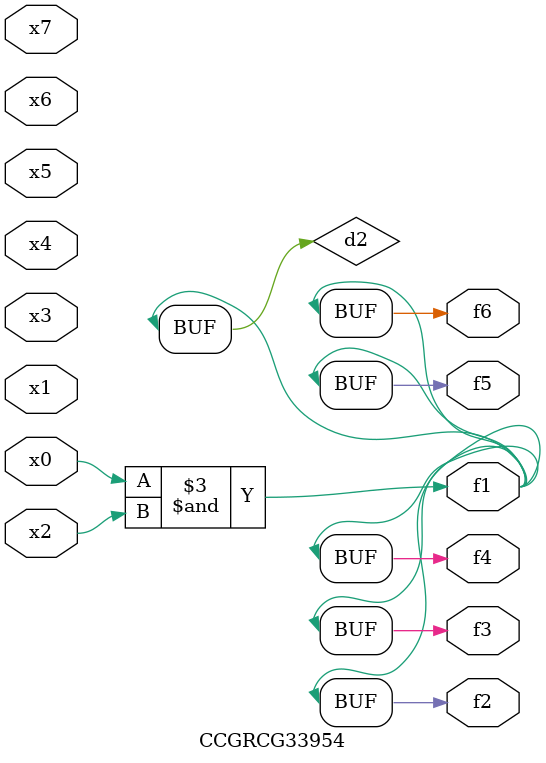
<source format=v>
module CCGRCG33954(
	input x0, x1, x2, x3, x4, x5, x6, x7,
	output f1, f2, f3, f4, f5, f6
);

	wire d1, d2;

	nor (d1, x3, x6);
	and (d2, x0, x2);
	assign f1 = d2;
	assign f2 = d2;
	assign f3 = d2;
	assign f4 = d2;
	assign f5 = d2;
	assign f6 = d2;
endmodule

</source>
